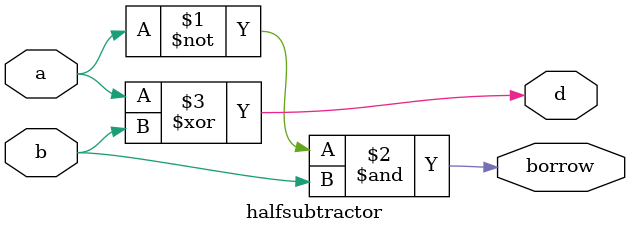
<source format=v>
`timescale 1ns / 1ps


module halfsubtractor(
    input a, b,
    output borrow, d
);

assign borrow=(~a)&b;
assign d=a^b;

endmodule


</source>
